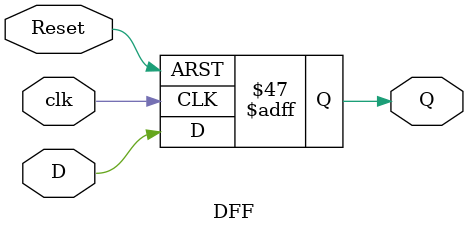
<source format=v>
`timescale 1ns / 1ps


module Main(clk_100MHz, Reset, PS2_CLK, PS2_DATA, Button_PIN, Switch_PIN, hsync, vsync, vga_r, vga_g, vga_b, Seg_G0_En, Seg_G1_En, Seg_G0, Seg_G1, LED_PORT);
// =========================================================== //
//                         Input/Output                        //
// =========================================================== //
input clk_100MHz, Reset;
input [4:0] Button_PIN; // [4] = S4, [3] = S3, [2] = S2, [1] = S1, [0] = S0
input [7:0] Switch_PIN;
input PS2_CLK, PS2_DATA;

output hsync, vsync;
output [3:0] vga_r, vga_g, vga_b;
output [3:0] Seg_G0_En, Seg_G1_En;
output [7:0] Seg_G0, Seg_G1;
output reg [15:0] LED_PORT;

// =========================================================== //
//                           Variable                          //
// =========================================================== //
// =============== [VGA] =============== //
wire clk_25MHz;
wire [9:0] h_cnt, v_cnt;
wire isInDisplay_region;
parameter width_screen = 640;  // pixel
parameter height_screen = 480; // pixel

parameter width_square = 80;   // pixel
parameter height_square = 80;  // pixel
parameter width_square_half = 40;   // pixel
parameter height_square_half = 40;  // pixel

parameter width_icon_05 = 40;     // pixel
parameter height_icon_05 = 40;    // pixel
parameter width_icon_1 = 80;     // pixel
parameter height_icon_1 = 80;    // pixel
parameter width_icon_2 = width_icon_1*2;   // pixel
parameter height_icon_2 = height_icon_1*2; // pixel

// ============ [VGA Color] ============ //
reg [11:0] vga_data;
parameter color_white = {4'hf, 4'hf, 4'hf};
parameter color_black = {4'h0, 4'h0, 4'h0};
parameter color_green = {4'h8, 4'hc, 4'h8};
parameter color_deepGreen = {4'h3, 4'h7, 4'h3};
parameter color_brown = {4'hc, 4'ha, 4'h6};
parameter color_deepBrown = {4'h7, 4'h4, 4'h2};
parameter color_yellow = {4'hc, 4'hc, 4'h2};
parameter color_red = {4'hf, 4'h0, 4'h0};

// =============== [ROM] =============== //
reg [10:0] rom_addr_pea;  // Depth = 2^11 > 40*40
wire [11:0] rom_data_pea; // Width = 2^12

reg [12:0] rom_addr_peashooter;  // Depth = 2^13 > 75*75
wire [11:0] rom_data_peashooter; // Width = 2^12

reg [14:0] rom_addr_peashooter_large;  // Depth = 2^15 > 150*150
wire [11:0] rom_data_peashooter_large; // Width = 2^12

reg [12:0] rom_addr_wallnut;  // Depth = 2^13 > 75*75
wire [11:0] rom_data_wallnut; // Width = 2^12

reg [14:0] rom_addr_wallnut_large;  // Depth = 2^15 > 150*150
wire [11:0] rom_data_wallnut_large; // Width = 2^12

reg [12:0] rom_addr_sunshine;  // Depth = 2^13 > 75*75
wire [11:0] rom_data_sunshine; // Width = 2^12

reg [11:0] rom_addr_zombie;  // Depth = 2^13 > 75*75
wire [11:0] rom_data_zombie; // Width = 2^12

reg [11:0] rom_addr_zombie_buckethead;  // Depth = 2^13 > 75*75
wire [11:0] rom_data_zombie_buckethead; // Width = 2^12

reg [12:0] rom_addr_mower;  // Depth = 2^13 > 75*75
wire [11:0] rom_data_mower; // Width = 2^12

parameter posX_peashooter_large = 0;
parameter posX_wallnut_large = 2;
parameter posY_start_large = 0;

// ============ [Freq.DIV] ============= //
wire clk_3KHz, clk_100Hz, clk_2Hz, clk_1Hz, clk_05Hz, clk_025Hz;

// ========== [Seven Segment] ========== //
reg [2:0] Seg_idx = 0;
reg [3:0] Seg_num;
parameter Seg_Unknown = 4'hf;

// ============== [Switch] ============== //
wire start;
wire [1:0] level;
wire [2:0] sunshine_max;
wire [2:0] zombie_normal_max;
wire [1:0] zombie_buckethead_max;

// ============= [Keyboard] ============= //
wire [7:0] keyPressed;

// =============== [Button] =============== //
reg [4:0] Button;

// =============== [Button] =============== //
parameter width_realLine = 1;

// ============= [Select Box] ============= //
reg [2:0] posX_selectBox_button, posX_selectBox_button_next;
reg [2:0] posY_selectBox_button, posY_selectBox_button_next;
reg isSelect, isSelect_next;
parameter posX_selectBox_button_init = 3;
parameter posY_selectBox_button_init = 3;

reg [2:0] posX_selectBox_keyboard;
parameter posY_selectBox_keyboard = 0;
parameter posX_max = 8;
parameter posY_max = 6;
parameter width_SelectBox_button = 2;
parameter width_SelectBox_keyboard = 4;

// =============== [Other] =============== //
reg [10:0] posX_start_selectBox_button, posX_end_selectBox_button;
reg [10:0] posY_start_selectBox_button, posY_end_selectBox_button;

reg [10:0] posX_start_selectBox_keyboard, posX_end_selectBox_keyboard;
reg [10:0] posY_start_selectBox_keyboard, posY_end_selectBox_keyboard;

reg [10:0] posX_start_peashooter_large, posX_end_peashooter_large;
reg [10:0] posY_start_peashooter_large, posY_end_peashooter_large;

reg [10:0] posX_start_wallnut_large, posX_end_wallnut_large;
reg [10:0] posY_start_wallnut_large, posY_end_wallnut_large;

reg [10:0] posX_start_mower, posX_end_mower;
reg [10:0] posY_start_mower, posY_end_mower;

reg [10:0] posX_start_sunshine, posX_end_sunshine;
reg [10:0] posY_start_sunshine, posY_end_sunshine;

reg [10:0] posX_start_wallnut;
reg [10:0] posY_start_wallnut;

reg [10:0] posX_start_peashooter;
reg [10:0] posY_start_peashooter;

reg [10:0] posX_start_pea;
reg [10:0] posY_start_pea;

reg [10:0] posX_start_zombie_normal;
reg [10:0] posY_start_zombie_normal;

reg [10:0] posX_start_zombie_buckethead;
reg [10:0] posY_start_zombie_buckethead;

reg [10:0] posX_start_tmp, posX_end_tmp;
reg [10:0] posY_start_tmp, posY_end_tmp;

parameter posY_ROM_offset = 1;

parameter posY_map_start = 2;
parameter posY_map_end = posY_max - posY_map_start;

parameter mower_max = 3;
parameter posX_mower = 0;
parameter posY_mower = posY_map_start;

parameter posX_sunshine = 1;
parameter posY_sunshine = posY_map_start + 3;

// map_plants
// zone     - numerical meaning
// mower    - 1/0 : exsist or not
// sunshine - 1/0 : exsist or not
// zombie   - 0 : none, 1 : mower, 2 : sunshine, 3 : wallnut, 4 : peashooter
reg [2:0] map_plants [7:0][3:0];
reg map_bullets [13:0][2:0], map_bullets_next [13:0][2:0];
reg [1:0] map_zombies [15:0][2:0], map_zombies_next [15:0][2:0];
reg [1:0] map_zombies_life [15:0][2:0], map_zombies_life_next [15:0][2:0];
reg [4:0] x;
reg [1:0] y;
reg [1:0] z;
reg isSelected;
// ================= [] ================= //
reg [3:0] num_sunshine;
reg [3:0] zombie_normal_left;
reg [3:0] zombie_normal_created, zombie_normal_created_next;
reg [3:0] zombie_buckethead_left;
reg [3:0] zombie_buckethead_created, zombie_buckethead_created_next;


parameter zombie_none = 0;
parameter zombie_normal = 1;
parameter zombie_buckethead = 2;

parameter life_zombie_none = 0;
parameter life_zombie_normal = 1;
parameter life_zombie_buckethead = 2;

parameter plants_none = 0;
parameter plants_mower = 1;
parameter plants_sunshine = 2;
parameter plants_wallnut = 3;
parameter plants_peashooter = 4;

parameter sunshine_plants_peashooter = 1;
parameter sunshine_plants_wallnut = 2;
reg isMowerActive, isMowerActived;
// ================= [Random] ================= //
parameter seed_init = 3'd2;
reg [2:0] seed = seed_init;
reg [2:0] num_rand;
wire [2:0] num_rand_next;
reg [1:0] posY_rand_z1, posY_rand_z2;
reg Set = 1;
// ================= [LED] ================= //
reg [4:0] LED_idx;

// ================= [State] ================= //
reg [2:0] state;
parameter   state_stop = 0,
            state_stop_idle = 1,
            state_idle = 2,
            state_clear = 3,
            state_die = 4;
reg isState_stop_idle;
// =========================================================== //
//                           Function                          //
// =========================================================== //
SyncGeneration u1 (
            .pclk(clk_25MHz),
            .reset(Reset),
            .hSync(hsync),
            .vSync(vsync),
            .dataValid(isInDisplay_region),
            .hDataCnt(h_cnt),
            .vDataCnt(v_cnt)
);

clk_25MHz u2 (.clk_in1(clk_100MHz), .clk_out1(clk_25MHz), .reset(!Reset));
CLK_DIV u3 (clk_100MHz, Reset, clk_3KHz, clk_100Hz, clk_2Hz, clk_1Hz, clk_05Hz, clk_025Hz);
Switch u4 (clk_100MHz, Reset, Switch_PIN, level, start, sunshine_max, zombie_normal_max, zombie_buckethead_max);
SevenSegment u5 (Seg_G0_En, Seg_G1_En, Seg_G0, Seg_G1, Seg_idx, Seg_num);
Keyboard u6 (clk_100MHz, Reset, PS2_CLK, PS2_DATA, keyPressed);
pea u7 (.clka(clk_100MHz), .addra(rom_addr_pea), .douta(rom_data_pea));
peashooter u8 (.clka(clk_100MHz), .addra(rom_addr_peashooter), .douta(rom_data_peashooter));
peashooter_large u9 (.clka(clk_100MHz), .addra(rom_addr_peashooter_large), .douta(rom_data_peashooter_large));
wallnut u10 (.clka(clk_100MHz), .addra(rom_addr_wallnut), .douta(rom_data_wallnut));
wallnut_large u11 (.clka(clk_100MHz), .addra(rom_addr_wallnut_large), .douta(rom_data_wallnut_large));
sunshine u12 (.clka(clk_100MHz), .addra(rom_addr_sunshine), .douta(rom_data_sunshine));
zombie u13 (.clka(clk_100MHz), .addra(rom_addr_zombie), .douta(rom_data_zombie));
buckethead_zombie u14 (.clka(clk_100MHz), .addra(rom_addr_zombie_buckethead), .douta(rom_data_zombie_buckethead));
mower u15 (.clka(clk_100MHz), .addra(rom_addr_mower), .douta(rom_data_mower));
RandIntGenerator u16 (clk_2Hz, Reset, Set, seed, num_rand_next);

// =========================================================== //
//                     Conbinational Logic                     //
// =========================================================== //
// VGA Display
assign {vga_r, vga_g, vga_b} = vga_data;
assign isInRealLine_region =    (   
                                    !((width_realLine<v_cnt) & (v_cnt<height_square*posY_map_start) & (width_square*4+width_realLine<h_cnt) & (h_cnt<=width_screen-width_realLine)) &
                                    !((height_square*0+width_realLine<v_cnt) & (v_cnt<height_square*2) & (width_square*0+width_realLine<h_cnt) & (h_cnt<=width_square*2-width_realLine)) &
                                    !((height_square*0+width_realLine<v_cnt) & (v_cnt<height_square*2) & (width_square*2+width_realLine<h_cnt) & (h_cnt<=width_square*4-width_realLine))
                                ) &
                                ((((height_square-width_realLine)<=(v_cnt-1)%height_square) | ((v_cnt-1)%height_square<width_realLine)) |
                                (((width_square-width_realLine)<=(h_cnt-1)%width_square) | ((h_cnt-1)%width_square<width_realLine)));
assign isInBrown_region =   (width_square*0 < h_cnt) & (h_cnt <= width_square*4) &
                            (height_square*0 < v_cnt) & (v_cnt <= height_square*2);
assign isInDeepGreen_region =   (width_square*0 < h_cnt) & (h_cnt <= width_square*1) &
                                (height_square*2 < v_cnt) & (v_cnt <= height_square*posY_max);
assign isInGreen_region =   (width_square*1 < h_cnt) & (h_cnt <= width_square*posX_max) &
                            (height_square*2 < v_cnt) & (v_cnt <= height_square*(posY_max-1));
assign isInYellow_region =  (width_square*1 < h_cnt) & (h_cnt <= width_square*posX_max) &
                            (height_square*5 < v_cnt) & (v_cnt <= height_square*posY_max);

reg isInSelectBox_button_region;
always @(*)
begin
    posX_start_selectBox_button = width_square*posX_selectBox_button;
    posX_end_selectBox_button = posX_start_selectBox_button + width_square;
    posY_start_selectBox_button = height_square*posY_selectBox_button;
    posY_end_selectBox_button = posY_start_selectBox_button + height_square;
    isInSelectBox_button_region =   ((posX_start_selectBox_button < h_cnt) & (h_cnt <= posX_start_selectBox_button+width_SelectBox_button) & (posY_start_selectBox_button < v_cnt) & (v_cnt <= posY_end_selectBox_button)) | // left
                                    ((posX_end_selectBox_button-width_SelectBox_button < h_cnt) & (h_cnt <= posX_end_selectBox_button) & (posY_start_selectBox_button < v_cnt) & (v_cnt <= posY_end_selectBox_button)) |     // right
                                    ((posX_start_selectBox_button < h_cnt) & (h_cnt <= posX_end_selectBox_button) & (posY_start_selectBox_button < v_cnt) & (v_cnt <= posY_start_selectBox_button+width_SelectBox_button)) | // top
                                    ((posX_start_selectBox_button < h_cnt) & (h_cnt <= posX_end_selectBox_button) & (posY_end_selectBox_button-width_SelectBox_button < v_cnt) & (v_cnt <= posY_end_selectBox_button));      // bottom
end

reg isInSelectBox_keyboard_region;
always @(*)
begin
    posX_start_selectBox_keyboard = width_square*posX_selectBox_keyboard;
    posX_end_selectBox_keyboard = posX_start_selectBox_keyboard + width_square*2;
    posY_start_selectBox_keyboard = height_square*posY_selectBox_keyboard;
    posY_end_selectBox_keyboard = posY_start_selectBox_keyboard + height_square*2;
    isInSelectBox_keyboard_region =     ((posX_start_selectBox_keyboard < h_cnt) & (h_cnt <= posX_start_selectBox_keyboard+width_SelectBox_keyboard) & (posY_start_selectBox_keyboard < v_cnt) & (v_cnt <= posY_end_selectBox_keyboard)) | // left
                                        ((posX_end_selectBox_keyboard-width_SelectBox_keyboard < h_cnt) & (h_cnt <= posX_end_selectBox_keyboard) & (posY_start_selectBox_keyboard < v_cnt) & (v_cnt <= posY_end_selectBox_keyboard)) |     // right
                                        ((posX_start_selectBox_keyboard < h_cnt) & (h_cnt <= posX_end_selectBox_keyboard) & (posY_start_selectBox_keyboard < v_cnt) & (v_cnt <= posY_start_selectBox_keyboard+width_SelectBox_keyboard)) | // top
                                        ((posX_start_selectBox_keyboard < h_cnt) & (h_cnt <= posX_end_selectBox_keyboard) & (posY_end_selectBox_keyboard-width_SelectBox_keyboard < v_cnt) & (v_cnt <= posY_end_selectBox_keyboard));      // bottom
end

reg isInPeashooter_large_region;
always @(*)
begin
    posX_start_peashooter_large = width_square*posX_peashooter_large;
    posX_end_peashooter_large = posX_start_peashooter_large + width_icon_2;
    posY_start_peashooter_large = height_square*posY_start_large;
    posY_end_peashooter_large = posY_start_peashooter_large + height_icon_2;
    isInPeashooter_large_region = (posX_start_peashooter_large<h_cnt) & (h_cnt<=posX_end_peashooter_large) & (posY_start_peashooter_large<v_cnt) & (v_cnt<=posY_end_peashooter_large);
end

reg isInWallnut_large_region;
always @(*)
begin
    posX_start_wallnut_large = width_square*posX_wallnut_large;
    posX_end_wallnut_large = posX_start_wallnut_large + width_icon_2;
    posY_start_wallnut_large = height_square*posY_start_large;
    posY_end_wallnut_large = posY_start_wallnut_large + height_icon_2;
    isInWallnut_large_region = (posX_start_wallnut_large<h_cnt) & (h_cnt<=posX_end_wallnut_large) & (posY_start_wallnut_large<v_cnt) & (v_cnt<=posY_end_wallnut_large);
end

reg isInMower_region;
always @(*)
begin
    isInMower_region = 0;
    posX_start_mower = width_square*posX_mower;
    posX_end_mower = posX_start_mower + width_icon_1;
    posY_start_mower = 0;
    posY_end_mower = 0;
    for (y = 0; y < mower_max; y = y + 1)
    begin
        posY_start_tmp = height_square*(posY_mower + y);
        posY_end_tmp = posY_start_tmp + height_icon_1;
        if(map_plants[0][y]==plants_mower & (posX_start_mower<h_cnt) & (h_cnt<=posX_end_mower) & (posY_start_tmp<v_cnt) & (v_cnt<=posY_end_tmp))
        begin
            isInMower_region = 1;
            posY_start_mower = posY_start_tmp;
            posY_end_mower = posY_end_tmp;
        end
    end
end

reg isInSunshine_region;
always @(*)
begin
    isInSunshine_region = 0;
    posX_start_sunshine = 0;
    posX_end_sunshine = 0;
    posY_start_sunshine = height_square*posY_sunshine;
    posY_end_sunshine = posY_start_sunshine + height_icon_1;
    
    for (x = posX_sunshine; x <= sunshine_max; x = x + 1)
    begin
        posX_start_tmp = width_square*x;
        posX_end_tmp = posX_start_tmp + width_icon_1;
        if(map_plants[x][3]==plants_sunshine & (posX_start_tmp<h_cnt) & (h_cnt<=posX_end_tmp) & (posY_start_sunshine<v_cnt) & (v_cnt<=posY_end_sunshine))
        begin
            isInSunshine_region = 1;
            posX_start_sunshine = posX_start_tmp;
            posX_end_sunshine = posX_end_tmp;
        end
    end
end

reg isInWallnut_region;
always @(*)
begin
    isInWallnut_region = 0;
    posX_start_wallnut = 0;
    posY_start_wallnut = 0;
    for (x = 0; x < posX_max; x = x + 1)
    begin
        posX_start_tmp = width_square*x;
        posX_end_tmp = posX_start_tmp + width_icon_1;
        for (y = 0; y < mower_max; y = y + 1)
        begin
            posY_start_tmp = height_square*(posY_map_start+y);
            posY_end_tmp = posY_start_tmp + height_icon_1;
            if(map_plants[x][y]==plants_wallnut & (posX_start_tmp<h_cnt) & (h_cnt<=posX_end_tmp) & (posY_start_tmp<v_cnt) & (v_cnt<=posY_end_tmp))
            begin
                isInWallnut_region = 1;
                posX_start_wallnut = posX_start_tmp;
                posY_start_wallnut = posY_start_tmp;
            end
        end
    end
end

reg isInPeashooter_region;
always @(*)
begin
    isInPeashooter_region = 0;
    posX_start_peashooter = 0;
    posY_start_peashooter = 0;
    for (x = 0; x < posX_max; x = x + 1)
    begin
        posX_start_tmp = width_square*x;
        posX_end_tmp = posX_start_tmp + width_icon_1;
        for (y = 0; y < mower_max; y = y + 1)
        begin
            posY_start_tmp = height_square*(posY_map_start+y);
            posY_end_tmp = posY_start_tmp + height_icon_1;
            if(map_plants[x][y]==plants_peashooter & (posX_start_tmp<h_cnt) & (h_cnt<=posX_end_tmp) & (posY_start_tmp<v_cnt) & (v_cnt<=posY_end_tmp))
            begin
                isInPeashooter_region = 1;
                posX_start_peashooter = posX_start_tmp;
                posY_start_peashooter = posY_start_tmp;
            end
        end
    end
end

reg isInPea_region;
always @(*)
begin
    isInPea_region = 0;
    posX_start_pea = 0;
    posY_start_pea = 0;
    for (x = 0; x < 2*(posX_max-posX_sunshine); x = x + 1)
    begin
        posX_start_tmp = width_square_half * x + width_square * posX_sunshine;
        posX_end_tmp = posX_start_tmp + width_icon_05;
        for (y = 0; y < mower_max; y = y + 1)
        begin
            posY_start_tmp = height_square*(posY_map_start+y);
            posY_end_tmp = posY_start_tmp + height_icon_05;
            if(map_bullets[x][y] & (posX_start_tmp<h_cnt) & (h_cnt<=posX_end_tmp) & (posY_start_tmp<v_cnt) & (v_cnt<=posY_end_tmp))
            begin
                isInPea_region = 1;
                posX_start_pea = posX_start_tmp;
                posY_start_pea = posY_start_tmp;
            end
        end
    end
end
reg isInZombieNormal_region;
always @(*)
begin
    isInZombieNormal_region = 0;
    posX_start_zombie_normal = 0;
    posY_start_zombie_normal = 0;
    for (x = 0; x < 2*posX_max; x = x + 1)
    begin
        posX_start_tmp = width_square_half * x;
        posX_end_tmp = posX_start_tmp + width_icon_05;
        for (y = 0; y < mower_max; y = y + 1)
        begin
            posY_start_tmp = height_square*(posY_map_start+y);
            posY_end_tmp = posY_start_tmp + height_icon_1;
            if(map_zombies[x][y]==zombie_normal & (posX_start_tmp<h_cnt) & (h_cnt<=posX_end_tmp) & (posY_start_tmp<v_cnt) & (v_cnt<=posY_end_tmp))
            begin
                isInZombieNormal_region = 1;
                posX_start_zombie_normal = posX_start_tmp;
                posY_start_zombie_normal = posY_start_tmp;
            end
        end
    end
end

reg isInZombieBuckethead_region;
always @(*)
begin
    isInZombieBuckethead_region = 0;
    posX_start_zombie_buckethead = 0;
    posY_start_zombie_buckethead = 0;
    for (x = 0; x < 2*posX_max; x = x + 1)
    begin
        posX_start_tmp = width_square_half * x;
        posX_end_tmp = posX_start_tmp + width_icon_05;
        for (y = 0; y < mower_max; y = y + 1)
        begin
            posY_start_tmp = height_square*(posY_map_start+y);
            posY_end_tmp = posY_start_tmp + height_icon_1;
            if(map_zombies[x][y]==zombie_buckethead & (posX_start_tmp<h_cnt) & (h_cnt<=posX_end_tmp) & (posY_start_tmp<v_cnt) & (v_cnt<=posY_end_tmp))
            begin
                isInZombieBuckethead_region = 1;
                posX_start_zombie_buckethead = posX_start_tmp;
                posY_start_zombie_buckethead = posY_start_tmp;
            end
        end
    end
end

// pea movement
always @(*)
begin
    // copy from latch
    for (x = 0; x < 2*(posX_max-posX_sunshine); x = x + 1)
        for (y = 0; y < mower_max; y = y + 1)
            map_bullets_next[x][y] = map_bullets[x][y];
    
    // X = 1 has none pea
    for (y = 0; y < mower_max; y = y + 1)
        map_bullets_next[0][y] = 0;
    
    // offset all of pea from x to x+1
    for (x = 0; x < 2*(posX_max-posX_sunshine)-1; x = x + 1)
    begin
        for (y = 0; y < mower_max; y = y + 1)
        begin
            // 1. if bullet overlap with zombie
            // 2. position bullet+1==zombie, then next timing pea will intersect with zombie
            if(map_bullets[x][y] & (map_zombies[x+2*posX_sunshine][y]!=zombie_none | map_zombies[x+2*posX_sunshine+1][y]!=zombie_none))
                map_bullets_next[x][y] = 0;
            else
                map_bullets_next[x+1][y] = map_bullets[x][y];
        end
    end
    
    // if peashooter does not shoot, then create a pea on the head of peashooter
    for (x = posX_sunshine; x < posX_max; x = x + 1)
        for (y = 0; y < mower_max; y = y + 1)
            if(map_plants[x][y]==plants_peashooter & clk_1Hz)
                map_bullets_next[2*(x-posX_sunshine)][y] = 1;
end

// zombie movement
reg posX_offset_minus;
reg [1:0] num_ZombieCanCreate;
always @(*)
begin
    // copy from latch
    for (x = 0; x < 2*posX_max; x = x + 1)
    begin
        for (y = 0; y < mower_max; y = y + 1)
        begin
            map_zombies_next[x][y] = map_zombies[x][y];
            map_zombies_life_next[x][y] = map_zombies_life[x][y];
        end
    end
    zombie_normal_created_next = zombie_normal_created;
    zombie_buckethead_created_next = zombie_buckethead_created;

    if(state==state_idle)
    begin
        // every 0.5 sec, offset all of zombie from x+1 to x
        for (x = posX_sunshine; x < posX_max ; x = x + 1)
        begin
            for (y = 0; y < mower_max; y = y + 1)
            begin
                for (z = 0; z < 2 ; z = z + 1)
                begin
                    // offset zombies
                    posX_offset_minus = (!(map_plants[x-1][y]==plants_wallnut & z==0) & map_zombies[2*x+z-1][y]==zombie_none);
                    map_zombies_next[2*x+z-posX_offset_minus][y] = map_zombies[2*x+z][y];
                    map_zombies_life_next[2*x+z-posX_offset_minus][y] = map_zombies_life[2*x+z][y];
                    
                    if(posX_offset_minus)
                    begin
                        map_zombies_next[2*x+z][y] = zombie_none;
                        map_zombies_life_next[2*x+z][y] = life_zombie_none;
                    end
                    
                    // pea hit zombies
                    if(x==posX_sunshine & z==0)
                    begin
                        if(map_bullets[2*(x-posX_sunshine)+z][y] & map_zombies[2*x+z][y]!=zombie_none)
                            map_zombies_life_next[2*x+z-posX_offset_minus][y] = map_zombies_life[2*x+z][y] - 1;
                    end
                    else
                    begin
                        if((map_bullets[2*(x-posX_sunshine)+z-1][y] | map_bullets[2*(x-posX_sunshine)+z][y]) & map_zombies[2*x+z][y]!=zombie_none)
                            map_zombies_life_next[2*x+z-posX_offset_minus][y] = map_zombies_life[2*x+z][y] - 1;
                    end
                    
                    if(map_zombies_life_next[2*x+z-posX_offset_minus][y]==life_zombie_none)
                        map_zombies_next[2*x+z-posX_offset_minus][y] = zombie_none;
                end
            end
        end

        num_ZombieCanCreate = 0;
        for (y = 0; y < mower_max; y = y + 1)
            if(map_zombies[2*posX_max-1][y]==zombie_none & map_plants[posX_max-1][y]!=plants_wallnut)
                num_ZombieCanCreate = num_ZombieCanCreate + 1;
        
        posY_rand_z1 = (num_rand[1:0]==0) ? 0 : (num_rand[1:0] - 1);
        posY_rand_z2 = (num_rand[1:0]==0) ? 1 : (posY_rand_z1 + num_rand[2] + 1)%3;

        // every 2 sec, create normal zombie
        if(clk_05Hz & !num_ZombieCanCreate==0 & zombie_normal_created<zombie_normal_max)
        begin
            if(map_zombies[2*posX_max-1][posY_rand_z1]!=zombie_none | map_plants[posX_max-1][posY_rand_z1]==plants_wallnut)
            begin
                for (y = 0; y < mower_max; y = y + 1)
                    if(map_zombies[2*posX_max-1][y]==zombie_none & map_plants[posX_max-1][y]!=plants_wallnut)
                        posY_rand_z1 = y;
            end
            zombie_normal_created_next = zombie_normal_created + 1;
            map_zombies_next[2*posX_max-1][posY_rand_z1] = zombie_normal;
            map_zombies_life_next[2*posX_max-1][posY_rand_z1] = life_zombie_normal;
        end
        
        // every 4 sec, create buckethead zombie
        if(clk_025Hz & num_ZombieCanCreate>1 & zombie_buckethead_created<zombie_buckethead_max)
        begin
            if(posY_rand_z1 == posY_rand_z2 | map_zombies[2*posX_max-1][posY_rand_z2]!=zombie_none | map_plants[posX_max-1][posY_rand_z2]==plants_wallnut)
            begin
                for (y = 0; y < mower_max; y = y + 1)
                    if(y!=posY_rand_z1 & map_zombies[2*posX_max-1][y]==zombie_none & map_plants[posX_max-1][y]!=plants_wallnut)
                        posY_rand_z2 = y;
            end
            zombie_buckethead_created_next = zombie_buckethead_created + 1;
            map_zombies_next[2*posX_max-1][posY_rand_z2] = zombie_buckethead;
            map_zombies_life_next[2*posX_max-1][posY_rand_z2] = life_zombie_buckethead;
        end

        // mower clean in a row of zombies
        if(isMowerActive)
        begin
            for (x = posX_sunshine; x < 2*posX_max ; x = x + 1)
            begin
                map_zombies_next[x][posY_selectBox_button-posY_map_start] = zombie_none;
                map_zombies_life_next[x][posY_selectBox_button-posY_map_start] = life_zombie_none;
            end
        end
    end
end

// zombie left
always @(*)
begin
    zombie_normal_left = 0;
    zombie_buckethead_left = 0;
    for (x = 0; x < 2*posX_max; x = x + 1)
    begin
        for (y = 0; y < mower_max; y = y + 1)
        begin
            if(map_zombies[x][y]==zombie_normal)
                zombie_normal_left = zombie_normal_left + 1;
            
            if(map_zombies[x][y]==zombie_buckethead)
                zombie_buckethead_left = zombie_buckethead_left + 1;
        end
    end
end

// button
always @(*)
begin
    posX_selectBox_button_next = posX_selectBox_button;
    posY_selectBox_button_next = posY_selectBox_button;
    isSelect_next = isSelected ? 0 : isSelect;
    // Current State : Released, Last State : Pressed
    if(!Button_PIN && Button && state!=state_stop)
    begin
        isSelect_next = Button[2];
        if(Button[4] & posY_selectBox_button>2) // S4 : Move Up
            posY_selectBox_button_next = posY_selectBox_button - 1;
        else if(Button[1] & posY_selectBox_button<(posY_max-1)) // S1 : Move Down
            posY_selectBox_button_next = posY_selectBox_button + 1;
        
        if(Button[3] & posX_selectBox_button>0) // S3 : Move Left
            posX_selectBox_button_next = posX_selectBox_button - 1;
        else if(Button[0] & (posX_selectBox_button<posX_max - 1)) // S0 : Move Right
            posX_selectBox_button_next = posX_selectBox_button + 1;
    end
end

// Seven Segment
always @(*)
begin
    case (Seg_idx)
        3'h0: Seg_num = level;
        3'h2: Seg_num = 0;
        3'h3: Seg_num = num_sunshine;
        3'h5: Seg_num = zombie_normal_left;
        3'h7: Seg_num = zombie_buckethead_left;
        default: Seg_num = Seg_Unknown;
    endcase
end

// keyboard
always @(*)
begin
    posX_selectBox_keyboard = 2;
    if(state!=state_stop)
    begin
        case(keyPressed)
            "Q" : if(level==2) posX_selectBox_keyboard = 0;
            "W" : posX_selectBox_keyboard = 2;
        endcase
    end
end

// =========================================================== //
//                      Sequential Logic                       //
// =========================================================== //
// VGA Display
always @(posedge clk_25MHz or negedge Reset)
begin
    if(!Reset)
        vga_data <= color_black;
    else
    begin
        if(isInDisplay_region)
        begin
            // Background
            if(isInBrown_region)
                vga_data <= color_brown;
            else if(isInDeepGreen_region)
                vga_data <= color_deepGreen;
            else if(isInGreen_region)
                vga_data <= color_green;
            else if(isInYellow_region)
                vga_data <= color_yellow;
            else
                vga_data <= color_black;

            
            // Image
            if(isInPeashooter_large_region)
            begin
                rom_addr_peashooter_large <= width_icon_2*(v_cnt-posY_start_peashooter_large-posY_ROM_offset) + (h_cnt-posX_start_peashooter_large);
                vga_data <= rom_data_peashooter_large;
            end
            
            if(isInWallnut_large_region)
            begin
                rom_addr_wallnut_large <= width_icon_2*(v_cnt-posY_start_wallnut_large-posY_ROM_offset) + (h_cnt-posX_start_wallnut_large);
                vga_data <= rom_data_wallnut_large;
            end

            if(isInMower_region)
            begin
                rom_addr_mower <= width_icon_1*(v_cnt-posY_start_mower-posY_ROM_offset) + (h_cnt-posX_start_mower);
                vga_data <= rom_data_mower;
            end

            if(isInSunshine_region)
            begin
                rom_addr_sunshine <= width_icon_1*(v_cnt-posY_start_sunshine-posY_ROM_offset) + (h_cnt-posX_start_sunshine);
                vga_data <= rom_data_sunshine;
            end

            if(isInWallnut_region)
            begin
                rom_addr_wallnut <= width_icon_1*(v_cnt-posY_start_wallnut-posY_ROM_offset) + (h_cnt-posX_start_wallnut);
                vga_data <= rom_data_wallnut;
            end

            if(isInPeashooter_region)
            begin
                rom_addr_peashooter <= width_icon_1*(v_cnt-posY_start_peashooter-posY_ROM_offset) + (h_cnt-posX_start_peashooter);
                vga_data <= rom_data_peashooter;
            end

            if(isInPea_region)
            begin
                rom_addr_pea <= width_icon_05*(v_cnt-posY_start_pea-posY_ROM_offset) + (h_cnt-posX_start_pea);
                vga_data <= rom_data_pea;
            end

            if(isInZombieNormal_region)
            begin
                rom_addr_zombie <= width_icon_05*(v_cnt-posY_start_zombie_normal-posY_ROM_offset) + (h_cnt-posX_start_zombie_normal);
                vga_data <= rom_data_zombie;
            end

            if(isInZombieBuckethead_region)
            begin
                rom_addr_zombie_buckethead <= width_icon_05*(v_cnt-posY_start_zombie_buckethead-posY_ROM_offset) + (h_cnt-posX_start_zombie_buckethead);
                vga_data <= rom_data_zombie_buckethead;
            end
            
            // Line
            if(isInSelectBox_button_region)
                vga_data <= color_red;
            else if(isInSelectBox_keyboard_region)
                vga_data <= color_deepBrown;
            else if(isInRealLine_region)
                vga_data <= color_white;
        end
        else
            vga_data <= color_black;
    end
end

// button
always @(posedge clk_3KHz or negedge Reset)
begin
    if(!Reset)
    begin
        posX_selectBox_button <= posX_selectBox_button_init;
        posY_selectBox_button <= posY_selectBox_button_init;
        isSelect <= 0;
        Button <= 0;
    end
    else
    begin
        posX_selectBox_button <= posX_selectBox_button_next;
        posY_selectBox_button <= posY_selectBox_button_next;
        isSelect <= isSelect_next;
        Button <= Button_PIN;
    end
end

// Seven Segment
always @(posedge clk_3KHz or negedge Reset)
begin
    if(!Reset)
        Seg_idx <= 0;
    else
        Seg_idx <= Seg_idx + 1;
end

// Map Plants
always @(posedge clk_100MHz or negedge Reset)
begin
    if(!Reset)
    begin
        for (x = 0; x < posX_max; x = x + 1)
            for (y = 0; y < mower_max; y = y + 1)
                map_plants[x][y] <= plants_none;
        
        for (y = 0; y < mower_max; y = y + 1)
            map_plants[0][y] <= plants_mower; // Mower initial
    
        for (x = posX_sunshine; x <= sunshine_max; x = x + 1)
            map_plants[x][3] <= plants_sunshine; // Sunshine initial

        num_sunshine <= 0;
        isSelected <= 0;
        isMowerActive <= 0;
    end
    else
    begin
        if(isSelect)
        begin
            isSelected <= 1;
            // mower
            if(posX_selectBox_button==posX_mower & map_plants[posX_selectBox_button][posY_selectBox_button-posY_map_start] == plants_mower)
            begin
                map_plants[posX_selectBox_button][posY_selectBox_button-posY_map_start] <= plants_none;
                isMowerActive <= 1;
            end
            // sunshine
            else if(posY_selectBox_button==posY_sunshine & map_plants[posX_selectBox_button][posY_selectBox_button-posY_map_start] == plants_sunshine) 
            begin
                map_plants[posX_selectBox_button][posY_selectBox_button-posY_map_start] <= plants_none;
                num_sunshine <= num_sunshine + 1;
            end
            // zombie
            else if(posX_selectBox_button>posX_mower & posY_selectBox_button<posY_sunshine & map_plants[posX_selectBox_button][posY_selectBox_button-posY_map_start] == plants_none)
            begin
                if(posX_selectBox_keyboard==2 & num_sunshine>=sunshine_plants_wallnut) // keyboard select wallnut
                begin
                    num_sunshine <= num_sunshine - sunshine_plants_wallnut;
                    map_plants[posX_selectBox_button][posY_selectBox_button-posY_map_start] <= plants_wallnut;
                end
                else if(num_sunshine>=sunshine_plants_peashooter)// keyboard select peashooter
                begin
                    num_sunshine <= num_sunshine - sunshine_plants_peashooter;
                    map_plants[posX_selectBox_button][posY_selectBox_button-posY_map_start] <= plants_peashooter;
                end
            end
        end
        else
            isSelected <= 0;
        
        if(isMowerActived)
            isMowerActive <= 0;
    end
end

// pea
always @(posedge clk_2Hz or negedge Reset)
begin
    if(!Reset)
    begin
        for (x = 0; x < 2*(posX_max-posX_sunshine); x = x + 1)
            for (y = 0; y < mower_max; y = y + 1)
                map_bullets[x][y] <= 0;
    end
    else
    begin
        for (x = 0; x < 2*(posX_max-posX_sunshine); x = x + 1)
            for (y = 0; y < mower_max; y = y + 1)
                map_bullets[x][y] <= map_bullets_next[x][y];
    end
end

// zombie
always @(posedge clk_2Hz or negedge Reset)
begin
    if(!Reset)
    begin
        zombie_normal_created <= 0;
        zombie_buckethead_created <= 0;
        for (x = 0; x < 2*posX_max; x = x + 1)
        begin
            for (y = 0; y < mower_max; y = y + 1)
            begin
                map_zombies[x][y] <= zombie_none;
                map_zombies_life[x][y] <= life_zombie_none;
            end
        end
    end
    else
    begin
        isMowerActived <= isMowerActive;
        zombie_normal_created <= zombie_normal_created_next;
        zombie_buckethead_created <= zombie_buckethead_created_next;
        for (x = 0; x < 2*posX_max; x = x + 1)
        begin
            for (y = 0; y < mower_max; y = y + 1)
            begin
                map_zombies[x][y] <= map_zombies_next[x][y];
                map_zombies_life[x][y] <= map_zombies_life_next[x][y];
            end
        end
    end
end

// Random Integer Generator
always @(posedge clk_2Hz or negedge Reset)
begin
    if(!Reset)
    begin
        Set <= 1;
        seed <= num_rand==0?seed_init:num_rand;
    end
    else
    begin
        Set <= 0;
        num_rand <= num_rand_next;
    end
end

// State Machine
always @(posedge clk_100MHz or negedge Reset)
begin
    if(!Reset)
        state <= state_stop;
    else
    begin
        case(state)
            state_stop:
                if(start) state <= state_stop_idle;
            state_stop_idle:
                if(isState_stop_idle) state <= state_idle;
            state_idle: begin
                if( zombie_normal_created==zombie_normal_max & zombie_buckethead_created==zombie_buckethead_max &
                    zombie_normal_left==0 & zombie_buckethead_left==0)
                        state <= state_clear;
                
                for (y = 0; y < mower_max; y = y + 1)
                begin
                    if(map_zombies[1][y]!=zombie_none)
                        state <= state_die;
                end
            end
        endcase
    end
end

// LED
reg isUpCounting;
always @(posedge clk_2Hz or negedge Reset)
begin
    if(!Reset)
    begin
        LED_idx <= 0;
        LED_PORT <= 0;
        isState_stop_idle <= 0;
        isUpCounting <= 1;
    end
    else
    begin
        case(state)
            state_stop_idle: begin
                LED_idx <= LED_idx + 1;
                for(x = 0; x < 16; x = x + 1)
                    LED_PORT[15-x] <= (x<LED_idx)?0:1;
                if(LED_idx==5'd16)
                begin
                    LED_idx <= 0;
                    isState_stop_idle <= 1;
                end
            end
            state_clear: begin
                isState_stop_idle <= 0;
                if(LED_idx==0) isUpCounting <= 1;
                if(LED_idx==3) isUpCounting <= 0;
                if(clk_1Hz) 
                begin
                    LED_idx <= isUpCounting?(LED_idx + 1):(LED_idx - 1);
                    LED_PORT <= (1'b1 << LED_idx) | (1'b1 <<(15-LED_idx));
                end
            end
            state_die: begin
                if(clk_1Hz) 
                begin
                    LED_idx <= LED_idx + 1;
                    LED_PORT <= LED_idx%2 ?16'hf0f0:16'h0f0f;
                end
            end
        endcase
    end
end
endmodule

module SevenSegment(Seg_G0_En, Seg_G1_En, Seg_G0, Seg_G1, Seg_idx, Seg_num);
input [2:0]Seg_idx;
input [3:0]Seg_num;
output reg [3:0]Seg_G0_En, Seg_G1_En;
output reg [7:0]Seg_G0, Seg_G1;
reg [7:0]SevenSeg;

always @(*)
begin
    case(Seg_num)
        4'h0 : SevenSeg = 8'b0011_1111;
        4'h1 : SevenSeg = 8'b0000_0110;
        4'h2 : SevenSeg = 8'b0101_1011;
        4'h3 : SevenSeg = 8'b0100_1111;
        4'h4 : SevenSeg = 8'b0110_0110;
        4'h5 : SevenSeg = 8'b0110_1101;
        4'h6 : SevenSeg = 8'b0111_1101;
        4'h7 : SevenSeg = 8'b0000_0111;
        4'h8 : SevenSeg = 8'b0111_1111;
        4'h9 : SevenSeg = 8'b0110_1111;
        4'hf : SevenSeg = 8'b0000_0000;
        default : SevenSeg = 8'b0000_0000;
    endcase

    if(Seg_idx < 4)
    begin
        Seg_G0_En = (1 << (Seg_idx - 0));
        Seg_G1_En = 0;
        Seg_G0 = SevenSeg;
        Seg_G1 = 0;
    end
    else
    begin
        Seg_G0_En = 0;
        Seg_G1_En = (1 << (Seg_idx - 4));
        Seg_G0 = 0;
        Seg_G1 = SevenSeg;
    end
end
endmodule

module CLK_DIV(clk_100MHz, Reset, clk_3KHz, clk_100Hz, clk_2Hz, clk_1Hz, clk_05Hz, clk_025Hz);
input clk_100MHz, Reset;
output reg clk_3KHz, clk_100Hz, clk_2Hz, clk_1Hz, clk_05Hz, clk_025Hz;

// Zombie buckethead generate   0.25Hz => 2^29
// Zombie normal generate       0.50Hz => 2^28
// LED                         1Hz,2Hz => 2^25
// Zombie movement                 2Hz => 2^25
// Pea                             2Hz => 2^25
// Button                        100Hz => 2^20
// Seven Segment                  3KHz => 2^15

reg [27:0] counter_025Hz = 0;
reg [26:0] counter_05Hz = 0;
reg [25:0] counter_1Hz = 0;
reg [24:0] counter_2Hz = 0;
reg [18:0] counter_100Hz = 0;
reg [15:0] counter_3kHz = 0;


always @(posedge clk_100MHz or negedge Reset)
begin
    if(!Reset)
    begin
        counter_025Hz <= 0;
        counter_05Hz <= 0;
        counter_1Hz <= 0;
        counter_2Hz <= 0;
        counter_100Hz <= 0;
        counter_3kHz <= 0;

        clk_025Hz <= 0;
        clk_05Hz <= 0;
        clk_1Hz <= 0;
        clk_2Hz <= 0;
        clk_100Hz <= 0;
        clk_3KHz <= 0;
    end
    else
    begin
        if(counter_025Hz==28'd200_000_000)
        begin
            counter_025Hz <= 0;
            clk_025Hz <= ~clk_025Hz;
        end
        else
            counter_025Hz <= counter_025Hz + 1;
        
        if(counter_05Hz==27'd100_000_000)
        begin
            counter_05Hz <= 0;
            clk_05Hz <= ~clk_05Hz;
        end
        else
            counter_05Hz <= counter_05Hz + 1;

        if(counter_1Hz==26'd50_000_000)
        begin
            counter_1Hz <= 0;
            clk_1Hz <= ~clk_1Hz;
        end
        else
            counter_1Hz <= counter_1Hz + 1;

        if(counter_2Hz==25'd25_000_000)
        begin
            counter_2Hz <= 0;
            clk_2Hz <= ~clk_2Hz;
        end
        else
            counter_2Hz <= counter_2Hz + 1;
        
        if(counter_100Hz==19'd500_000)
        begin
            counter_100Hz <= 0;
            clk_100Hz <= ~clk_100Hz;
        end
        else
            counter_100Hz <= counter_100Hz + 1;
        
        if(counter_3kHz==16'd16_667)
        begin
            counter_3kHz <= 0;
            clk_3KHz <= ~clk_3KHz;
        end
        else
            counter_3kHz <= counter_3kHz + 1;
    end
end
endmodule

module Switch(clk_100MHz, Reset, Switch_PIN, level, start, sunshine_max, zombie_normal_max, zombie_buckethead_max);
input clk_100MHz, Reset;
input [7:0] Switch_PIN;

output reg start;
output reg [1:0] level;
output reg [2:0] sunshine_max;
output reg [2:0] zombie_normal_max;
output reg [1:0] zombie_buckethead_max;

always @(posedge clk_100MHz or negedge Reset)
begin
    if(!Reset)
    begin
        level <= 0;
        start <= 0;
        sunshine_max <= 0;
        zombie_normal_max <= 0;
        zombie_buckethead_max <= 0;
    end
    else
    begin
        start <= Switch_PIN[1];
        if(!Switch_PIN[1])
        begin
            level <= Switch_PIN[0]?2'd2:2'd1;
            sunshine_max <= Switch_PIN[2]?3'd7:3'd4;
            zombie_normal_max <= (Switch_PIN[5:3]>3&Switch_PIN[0]==0)?3:Switch_PIN[5:3];
            zombie_buckethead_max <= Switch_PIN[0]?Switch_PIN[7:6]:0;
        end
    end
end
endmodule

module Keyboard(clk_100MHz, Reset, PS2_CLK, PS2_DATA, keyPressed);

parameter   State_UART_Start  = 2'h0,
            State_UART_Data   = 2'h1,
            State_UART_Parity = 2'h2,
            State_UART_Stop   = 2'h3;

parameter   BreakCode = 8'hF0;

parameter   MakeCode_Q = 8'h15,
            MakeCode_W = 8'h1D;

input PS2_CLK, PS2_DATA;
input clk_100MHz, Reset;
output reg [7:0] keyPressed;

reg isUARTTransmitComplete;
reg isKeyReleased, isKeyReleased_next;
reg [2:0] State_UART;
reg [2:0] UART_Data_num;
reg [7:0] UART_Data;


always @(negedge PS2_CLK or negedge Reset)
begin
    if(!Reset)
    begin
        State_UART <= State_UART_Start;
        UART_Data_num <= 0;
        UART_Data <= 0;
        isUARTTransmitComplete <= 0;
    end
    else
    begin
        case (State_UART)
            State_UART_Start:
            begin
                if(PS2_DATA == 0)
                    State_UART <= State_UART_Data;
                UART_Data <= 0;
                UART_Data_num <= 0;
                isUARTTransmitComplete <= 0;
            end
            State_UART_Data:
            begin
                if(UART_Data_num == 7)
                    State_UART <= State_UART_Parity;
                UART_Data[UART_Data_num] <= PS2_DATA;
                UART_Data_num <= UART_Data_num + 1;
            end
            State_UART_Parity:
            begin
                if(PS2_DATA == ~^UART_Data) // Odd Parity
                    State_UART <= State_UART_Stop;
                else
                    State_UART <= State_UART_Start;
            end
            State_UART_Stop:
            begin
                State_UART <= State_UART_Start;
                if(PS2_DATA == 1)
                    isUARTTransmitComplete <= 1;
            end
        endcase
    end
end

always @(posedge clk_100MHz or negedge Reset)
begin
    if(!Reset)
    begin
        keyPressed <= 0;
        isKeyReleased <= 0;
    end
    else
    begin
        isKeyReleased <= isKeyReleased_next;
        
        // Current State : Break Code, Last State : Make Code
        if(isKeyReleased && !isKeyReleased_next)
        begin
            case (UART_Data)
                MakeCode_Q: keyPressed = "Q"; // Q
                MakeCode_W: keyPressed = "W"; // W
                default:    keyPressed = "-"; // -
            endcase
        end
    end
end

always @(*)
    isKeyReleased_next = isUARTTransmitComplete ? (UART_Data == BreakCode) : isKeyReleased;
endmodule

module SyncGeneration(pclk, reset, hSync, vSync, dataValid, hDataCnt, vDataCnt);
input  pclk;
input  reset;
output hSync;
output vSync;
output dataValid;
output [9:0] hDataCnt;
output [9:0] vDataCnt;
parameter H_SP_END = 96;
parameter H_BP_END = 144;
parameter H_FP_START = 785;
parameter H_TOTAL = 800;
parameter V_SP_END = 2;
parameter V_BP_END = 35;
parameter V_FP_START = 516;
parameter V_TOTAL= 525;
reg [9:0] x_cnt, y_cnt;
wire         h_valid, y_valid;

always @(posedge pclk or negedge reset) begin
    if (!reset)
        x_cnt <= 10'd1;
    else begin
        if (x_cnt == H_TOTAL) // horizontal
            x_cnt <= 10'd1; // retracing
        else
            x_cnt <= x_cnt + 1'b1;
    end
end

always @(posedge pclk or negedge reset) begin
    if (!reset)
        y_cnt <= 10'd1;
    else begin
        if (y_cnt == V_TOTAL & x_cnt == H_TOTAL)
            y_cnt <= 1; // vertical retracing
        else if (x_cnt == H_TOTAL)
            y_cnt <= y_cnt + 1;
        else 
            y_cnt<=y_cnt;
    end
end

assign hSync = ((x_cnt > H_SP_END)) ? 1'b1 : 1'b0;
assign vSync = ((y_cnt > V_SP_END)) ? 1'b1 : 1'b0;
// Check P7 for horizontal timing
assign h_valid = ((x_cnt > H_BP_END) & (x_cnt < H_FP_START)) ? 1'b1 : 1'b0;
// Check P9 for vertical timing
assign v_valid = ((y_cnt > V_BP_END) & (y_cnt < V_FP_START)) ? 1'b1 : 1'b0;
assign dataValid = ((h_valid == 1'b1) & (v_valid == 1'b1)) ? 1'b1 : 1'b0;
// hDataCnt from 1 if h_valid==1
assign hDataCnt = ((h_valid == 1'b1)) ? x_cnt - H_BP_END : 10'b0;
// vDataCnt from 1 if v_valid==1
assign vDataCnt = ((v_valid == 1'b1)) ? y_cnt - V_BP_END : 10'b0;
endmodule


module RandIntGenerator(clk, Reset, Set, Seed, num_3_bits);
input clk, Reset, Set;
input [2:0] Seed;
output [2:0] num_3_bits;

wire [2:0] mux_out;
wire [1:0] gate_xor_out;

// Instance
assign mux_out[2] = Set ? Seed[2] : num_3_bits[0];
DFF u1(.clk(clk), .Reset(Reset), .D(mux_out[2]), .Q(num_3_bits[2]));

assign gate_xor_out[1] = num_3_bits[2] ^ num_3_bits[0];
assign mux_out[1] = Set ? Seed[1] :gate_xor_out[1];
DFF u2(.clk(clk), .Reset(Reset), .D(mux_out[1]), .Q(num_3_bits[1]));

// assign gate_xor_out[0] = num_3_bits[1] ^ num_3_bits[0];
assign mux_out[0] = Set ? Seed[0] : num_3_bits[1];
DFF u3(.clk(clk), .Reset(Reset), .D(mux_out[0]), .Q(num_3_bits[0]));
endmodule

module DFF(clk, Reset, D, Q);
input clk, Reset;
input D;
output reg Q;
always @(posedge clk or negedge Reset)
    if(!Reset) Q <= 1'b0;
    else Q <= D;
endmodule
</source>
